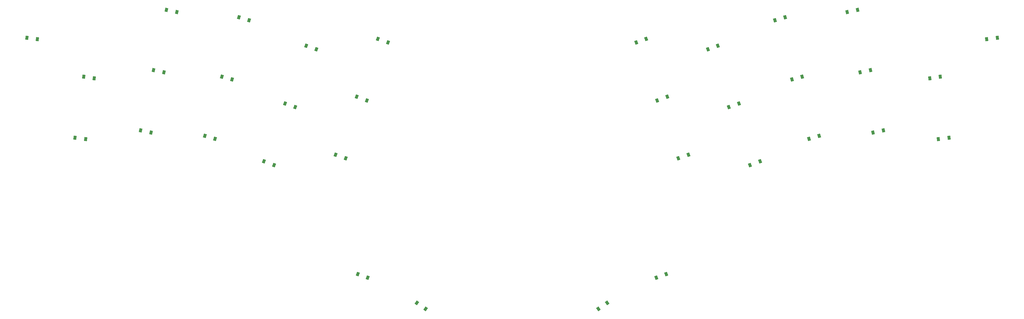
<source format=gbr>
%TF.GenerationSoftware,KiCad,Pcbnew,7.0.1-3b83917a11~172~ubuntu22.04.1*%
%TF.CreationDate,2023-04-10T14:49:45+02:00*%
%TF.ProjectId,koala-v1_ne,6b6f616c-612d-4763-915f-6e652e6b6963,v1.0.0*%
%TF.SameCoordinates,Original*%
%TF.FileFunction,Paste,Top*%
%TF.FilePolarity,Positive*%
%FSLAX46Y46*%
G04 Gerber Fmt 4.6, Leading zero omitted, Abs format (unit mm)*
G04 Created by KiCad (PCBNEW 7.0.1-3b83917a11~172~ubuntu22.04.1) date 2023-04-10 14:49:45*
%MOMM*%
%LPD*%
G01*
G04 APERTURE LIST*
G04 Aperture macros list*
%AMRotRect*
0 Rectangle, with rotation*
0 The origin of the aperture is its center*
0 $1 length*
0 $2 width*
0 $3 Rotation angle, in degrees counterclockwise*
0 Add horizontal line*
21,1,$1,$2,0,0,$3*%
G04 Aperture macros list end*
%ADD10RotRect,0.900000X1.200000X348.000000*%
%ADD11RotRect,0.900000X1.200000X16.000000*%
%ADD12RotRect,0.900000X1.200000X340.000000*%
%ADD13RotRect,0.900000X1.200000X20.000000*%
%ADD14RotRect,0.900000X1.200000X352.000000*%
%ADD15RotRect,0.900000X1.200000X35.000000*%
%ADD16RotRect,0.900000X1.200000X12.000000*%
%ADD17RotRect,0.900000X1.200000X8.000000*%
%ADD18RotRect,0.900000X1.200000X344.000000*%
%ADD19RotRect,0.900000X1.200000X325.000000*%
G04 APERTURE END LIST*
D10*
%TO.C,D4*%
X78974503Y-136442031D03*
X82202391Y-137128139D03*
%TD*%
D11*
%TO.C,D25*%
X279765168Y-120702138D03*
X282937332Y-119792534D03*
%TD*%
D12*
%TO.C,D12*%
X130015738Y-110213729D03*
X133116724Y-111342395D03*
%TD*%
D13*
%TO.C,D33*%
X237940666Y-181999049D03*
X241041652Y-180870383D03*
%TD*%
%TO.C,D31*%
X238250001Y-127150474D03*
X241350987Y-126021808D03*
%TD*%
D12*
%TO.C,D16*%
X145908178Y-180870381D03*
X149009164Y-181999047D03*
%TD*%
D14*
%TO.C,D3*%
X43871835Y-107760077D03*
X47139719Y-108219349D03*
%TD*%
D12*
%TO.C,D14*%
X145598838Y-126021811D03*
X148699824Y-127150477D03*
%TD*%
D15*
%TO.C,D34*%
X220085894Y-191652936D03*
X222789096Y-189760134D03*
%TD*%
D16*
%TO.C,D21*%
X304747433Y-137128143D03*
X307975321Y-136442035D03*
%TD*%
D13*
%TO.C,D29*%
X253833095Y-111342401D03*
X256934081Y-110213735D03*
%TD*%
D14*
%TO.C,D2*%
X61410819Y-119843626D03*
X64678703Y-120302898D03*
%TD*%
D12*
%TO.C,D11*%
X123500257Y-128114878D03*
X126601243Y-129243544D03*
%TD*%
D17*
%TO.C,D18*%
X324922363Y-139167508D03*
X328190247Y-138708236D03*
%TD*%
%TO.C,D20*%
X339810101Y-108219346D03*
X343077985Y-107760074D03*
%TD*%
D16*
%TO.C,D23*%
X296825999Y-99860717D03*
X300053887Y-99174609D03*
%TD*%
D11*
%TO.C,D24*%
X285016061Y-139014168D03*
X288188225Y-138104564D03*
%TD*%
D12*
%TO.C,D10*%
X116984768Y-146016022D03*
X120085754Y-147144688D03*
%TD*%
D14*
%TO.C,D1*%
X58759573Y-138708240D03*
X62027457Y-139167512D03*
%TD*%
D10*
%TO.C,D5*%
X82935224Y-117808322D03*
X86163112Y-118494430D03*
%TD*%
D18*
%TO.C,D9*%
X109263389Y-101480500D03*
X112435553Y-102390104D03*
%TD*%
D13*
%TO.C,D28*%
X260348584Y-129243543D03*
X263449570Y-128114877D03*
%TD*%
D11*
%TO.C,D26*%
X274514275Y-102390102D03*
X277686439Y-101480498D03*
%TD*%
D12*
%TO.C,D15*%
X152114325Y-108120667D03*
X155215311Y-109249333D03*
%TD*%
D13*
%TO.C,D27*%
X266864064Y-147144690D03*
X269965050Y-146016024D03*
%TD*%
D19*
%TO.C,D17*%
X164160730Y-189760128D03*
X166863932Y-191652930D03*
%TD*%
D13*
%TO.C,D32*%
X231734522Y-109249329D03*
X234835508Y-108120663D03*
%TD*%
D18*
%TO.C,D8*%
X104012492Y-119792530D03*
X107184656Y-120702134D03*
%TD*%
D13*
%TO.C,D30*%
X244765486Y-145051617D03*
X247866472Y-143922951D03*
%TD*%
D18*
%TO.C,D7*%
X98761596Y-138104565D03*
X101933760Y-139014169D03*
%TD*%
D10*
%TO.C,D6*%
X86895939Y-99174611D03*
X90123827Y-99860719D03*
%TD*%
D12*
%TO.C,D13*%
X139083353Y-143922956D03*
X142184339Y-145051622D03*
%TD*%
D16*
%TO.C,D22*%
X300786719Y-118494430D03*
X304014607Y-117808322D03*
%TD*%
D17*
%TO.C,D19*%
X322271122Y-120302898D03*
X325539006Y-119843626D03*
%TD*%
M02*

</source>
